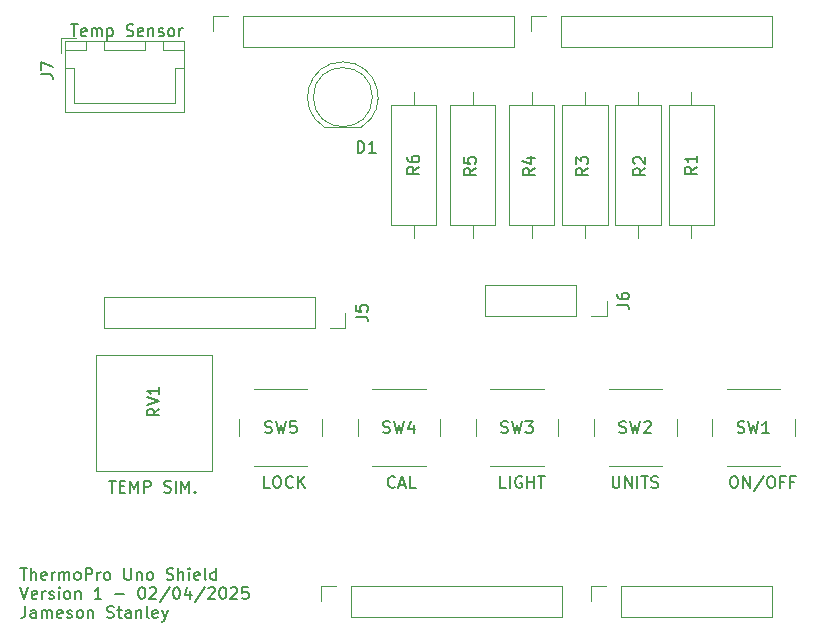
<source format=gbr>
%TF.GenerationSoftware,KiCad,Pcbnew,8.0.8*%
%TF.CreationDate,2025-02-03T17:05:42-07:00*%
%TF.ProjectId,Uno_Sheild_Project,556e6f5f-5368-4656-996c-645f50726f6a,rev?*%
%TF.SameCoordinates,Original*%
%TF.FileFunction,Legend,Top*%
%TF.FilePolarity,Positive*%
%FSLAX46Y46*%
G04 Gerber Fmt 4.6, Leading zero omitted, Abs format (unit mm)*
G04 Created by KiCad (PCBNEW 8.0.8) date 2025-02-03 17:05:42*
%MOMM*%
%LPD*%
G01*
G04 APERTURE LIST*
%ADD10C,0.150000*%
%ADD11C,0.120000*%
G04 APERTURE END LIST*
D10*
X101193922Y-94649931D02*
X101765350Y-94649931D01*
X101479636Y-95649931D02*
X101479636Y-94649931D01*
X102098684Y-95649931D02*
X102098684Y-94649931D01*
X102527255Y-95649931D02*
X102527255Y-95126121D01*
X102527255Y-95126121D02*
X102479636Y-95030883D01*
X102479636Y-95030883D02*
X102384398Y-94983264D01*
X102384398Y-94983264D02*
X102241541Y-94983264D01*
X102241541Y-94983264D02*
X102146303Y-95030883D01*
X102146303Y-95030883D02*
X102098684Y-95078502D01*
X103384398Y-95602312D02*
X103289160Y-95649931D01*
X103289160Y-95649931D02*
X103098684Y-95649931D01*
X103098684Y-95649931D02*
X103003446Y-95602312D01*
X103003446Y-95602312D02*
X102955827Y-95507073D01*
X102955827Y-95507073D02*
X102955827Y-95126121D01*
X102955827Y-95126121D02*
X103003446Y-95030883D01*
X103003446Y-95030883D02*
X103098684Y-94983264D01*
X103098684Y-94983264D02*
X103289160Y-94983264D01*
X103289160Y-94983264D02*
X103384398Y-95030883D01*
X103384398Y-95030883D02*
X103432017Y-95126121D01*
X103432017Y-95126121D02*
X103432017Y-95221359D01*
X103432017Y-95221359D02*
X102955827Y-95316597D01*
X103860589Y-95649931D02*
X103860589Y-94983264D01*
X103860589Y-95173740D02*
X103908208Y-95078502D01*
X103908208Y-95078502D02*
X103955827Y-95030883D01*
X103955827Y-95030883D02*
X104051065Y-94983264D01*
X104051065Y-94983264D02*
X104146303Y-94983264D01*
X104479637Y-95649931D02*
X104479637Y-94983264D01*
X104479637Y-95078502D02*
X104527256Y-95030883D01*
X104527256Y-95030883D02*
X104622494Y-94983264D01*
X104622494Y-94983264D02*
X104765351Y-94983264D01*
X104765351Y-94983264D02*
X104860589Y-95030883D01*
X104860589Y-95030883D02*
X104908208Y-95126121D01*
X104908208Y-95126121D02*
X104908208Y-95649931D01*
X104908208Y-95126121D02*
X104955827Y-95030883D01*
X104955827Y-95030883D02*
X105051065Y-94983264D01*
X105051065Y-94983264D02*
X105193922Y-94983264D01*
X105193922Y-94983264D02*
X105289161Y-95030883D01*
X105289161Y-95030883D02*
X105336780Y-95126121D01*
X105336780Y-95126121D02*
X105336780Y-95649931D01*
X105955827Y-95649931D02*
X105860589Y-95602312D01*
X105860589Y-95602312D02*
X105812970Y-95554692D01*
X105812970Y-95554692D02*
X105765351Y-95459454D01*
X105765351Y-95459454D02*
X105765351Y-95173740D01*
X105765351Y-95173740D02*
X105812970Y-95078502D01*
X105812970Y-95078502D02*
X105860589Y-95030883D01*
X105860589Y-95030883D02*
X105955827Y-94983264D01*
X105955827Y-94983264D02*
X106098684Y-94983264D01*
X106098684Y-94983264D02*
X106193922Y-95030883D01*
X106193922Y-95030883D02*
X106241541Y-95078502D01*
X106241541Y-95078502D02*
X106289160Y-95173740D01*
X106289160Y-95173740D02*
X106289160Y-95459454D01*
X106289160Y-95459454D02*
X106241541Y-95554692D01*
X106241541Y-95554692D02*
X106193922Y-95602312D01*
X106193922Y-95602312D02*
X106098684Y-95649931D01*
X106098684Y-95649931D02*
X105955827Y-95649931D01*
X106717732Y-95649931D02*
X106717732Y-94649931D01*
X106717732Y-94649931D02*
X107098684Y-94649931D01*
X107098684Y-94649931D02*
X107193922Y-94697550D01*
X107193922Y-94697550D02*
X107241541Y-94745169D01*
X107241541Y-94745169D02*
X107289160Y-94840407D01*
X107289160Y-94840407D02*
X107289160Y-94983264D01*
X107289160Y-94983264D02*
X107241541Y-95078502D01*
X107241541Y-95078502D02*
X107193922Y-95126121D01*
X107193922Y-95126121D02*
X107098684Y-95173740D01*
X107098684Y-95173740D02*
X106717732Y-95173740D01*
X107717732Y-95649931D02*
X107717732Y-94983264D01*
X107717732Y-95173740D02*
X107765351Y-95078502D01*
X107765351Y-95078502D02*
X107812970Y-95030883D01*
X107812970Y-95030883D02*
X107908208Y-94983264D01*
X107908208Y-94983264D02*
X108003446Y-94983264D01*
X108479637Y-95649931D02*
X108384399Y-95602312D01*
X108384399Y-95602312D02*
X108336780Y-95554692D01*
X108336780Y-95554692D02*
X108289161Y-95459454D01*
X108289161Y-95459454D02*
X108289161Y-95173740D01*
X108289161Y-95173740D02*
X108336780Y-95078502D01*
X108336780Y-95078502D02*
X108384399Y-95030883D01*
X108384399Y-95030883D02*
X108479637Y-94983264D01*
X108479637Y-94983264D02*
X108622494Y-94983264D01*
X108622494Y-94983264D02*
X108717732Y-95030883D01*
X108717732Y-95030883D02*
X108765351Y-95078502D01*
X108765351Y-95078502D02*
X108812970Y-95173740D01*
X108812970Y-95173740D02*
X108812970Y-95459454D01*
X108812970Y-95459454D02*
X108765351Y-95554692D01*
X108765351Y-95554692D02*
X108717732Y-95602312D01*
X108717732Y-95602312D02*
X108622494Y-95649931D01*
X108622494Y-95649931D02*
X108479637Y-95649931D01*
X110003447Y-94649931D02*
X110003447Y-95459454D01*
X110003447Y-95459454D02*
X110051066Y-95554692D01*
X110051066Y-95554692D02*
X110098685Y-95602312D01*
X110098685Y-95602312D02*
X110193923Y-95649931D01*
X110193923Y-95649931D02*
X110384399Y-95649931D01*
X110384399Y-95649931D02*
X110479637Y-95602312D01*
X110479637Y-95602312D02*
X110527256Y-95554692D01*
X110527256Y-95554692D02*
X110574875Y-95459454D01*
X110574875Y-95459454D02*
X110574875Y-94649931D01*
X111051066Y-94983264D02*
X111051066Y-95649931D01*
X111051066Y-95078502D02*
X111098685Y-95030883D01*
X111098685Y-95030883D02*
X111193923Y-94983264D01*
X111193923Y-94983264D02*
X111336780Y-94983264D01*
X111336780Y-94983264D02*
X111432018Y-95030883D01*
X111432018Y-95030883D02*
X111479637Y-95126121D01*
X111479637Y-95126121D02*
X111479637Y-95649931D01*
X112098685Y-95649931D02*
X112003447Y-95602312D01*
X112003447Y-95602312D02*
X111955828Y-95554692D01*
X111955828Y-95554692D02*
X111908209Y-95459454D01*
X111908209Y-95459454D02*
X111908209Y-95173740D01*
X111908209Y-95173740D02*
X111955828Y-95078502D01*
X111955828Y-95078502D02*
X112003447Y-95030883D01*
X112003447Y-95030883D02*
X112098685Y-94983264D01*
X112098685Y-94983264D02*
X112241542Y-94983264D01*
X112241542Y-94983264D02*
X112336780Y-95030883D01*
X112336780Y-95030883D02*
X112384399Y-95078502D01*
X112384399Y-95078502D02*
X112432018Y-95173740D01*
X112432018Y-95173740D02*
X112432018Y-95459454D01*
X112432018Y-95459454D02*
X112384399Y-95554692D01*
X112384399Y-95554692D02*
X112336780Y-95602312D01*
X112336780Y-95602312D02*
X112241542Y-95649931D01*
X112241542Y-95649931D02*
X112098685Y-95649931D01*
X113574876Y-95602312D02*
X113717733Y-95649931D01*
X113717733Y-95649931D02*
X113955828Y-95649931D01*
X113955828Y-95649931D02*
X114051066Y-95602312D01*
X114051066Y-95602312D02*
X114098685Y-95554692D01*
X114098685Y-95554692D02*
X114146304Y-95459454D01*
X114146304Y-95459454D02*
X114146304Y-95364216D01*
X114146304Y-95364216D02*
X114098685Y-95268978D01*
X114098685Y-95268978D02*
X114051066Y-95221359D01*
X114051066Y-95221359D02*
X113955828Y-95173740D01*
X113955828Y-95173740D02*
X113765352Y-95126121D01*
X113765352Y-95126121D02*
X113670114Y-95078502D01*
X113670114Y-95078502D02*
X113622495Y-95030883D01*
X113622495Y-95030883D02*
X113574876Y-94935645D01*
X113574876Y-94935645D02*
X113574876Y-94840407D01*
X113574876Y-94840407D02*
X113622495Y-94745169D01*
X113622495Y-94745169D02*
X113670114Y-94697550D01*
X113670114Y-94697550D02*
X113765352Y-94649931D01*
X113765352Y-94649931D02*
X114003447Y-94649931D01*
X114003447Y-94649931D02*
X114146304Y-94697550D01*
X114574876Y-95649931D02*
X114574876Y-94649931D01*
X115003447Y-95649931D02*
X115003447Y-95126121D01*
X115003447Y-95126121D02*
X114955828Y-95030883D01*
X114955828Y-95030883D02*
X114860590Y-94983264D01*
X114860590Y-94983264D02*
X114717733Y-94983264D01*
X114717733Y-94983264D02*
X114622495Y-95030883D01*
X114622495Y-95030883D02*
X114574876Y-95078502D01*
X115479638Y-95649931D02*
X115479638Y-94983264D01*
X115479638Y-94649931D02*
X115432019Y-94697550D01*
X115432019Y-94697550D02*
X115479638Y-94745169D01*
X115479638Y-94745169D02*
X115527257Y-94697550D01*
X115527257Y-94697550D02*
X115479638Y-94649931D01*
X115479638Y-94649931D02*
X115479638Y-94745169D01*
X116336780Y-95602312D02*
X116241542Y-95649931D01*
X116241542Y-95649931D02*
X116051066Y-95649931D01*
X116051066Y-95649931D02*
X115955828Y-95602312D01*
X115955828Y-95602312D02*
X115908209Y-95507073D01*
X115908209Y-95507073D02*
X115908209Y-95126121D01*
X115908209Y-95126121D02*
X115955828Y-95030883D01*
X115955828Y-95030883D02*
X116051066Y-94983264D01*
X116051066Y-94983264D02*
X116241542Y-94983264D01*
X116241542Y-94983264D02*
X116336780Y-95030883D01*
X116336780Y-95030883D02*
X116384399Y-95126121D01*
X116384399Y-95126121D02*
X116384399Y-95221359D01*
X116384399Y-95221359D02*
X115908209Y-95316597D01*
X116955828Y-95649931D02*
X116860590Y-95602312D01*
X116860590Y-95602312D02*
X116812971Y-95507073D01*
X116812971Y-95507073D02*
X116812971Y-94649931D01*
X117765352Y-95649931D02*
X117765352Y-94649931D01*
X117765352Y-95602312D02*
X117670114Y-95649931D01*
X117670114Y-95649931D02*
X117479638Y-95649931D01*
X117479638Y-95649931D02*
X117384400Y-95602312D01*
X117384400Y-95602312D02*
X117336781Y-95554692D01*
X117336781Y-95554692D02*
X117289162Y-95459454D01*
X117289162Y-95459454D02*
X117289162Y-95173740D01*
X117289162Y-95173740D02*
X117336781Y-95078502D01*
X117336781Y-95078502D02*
X117384400Y-95030883D01*
X117384400Y-95030883D02*
X117479638Y-94983264D01*
X117479638Y-94983264D02*
X117670114Y-94983264D01*
X117670114Y-94983264D02*
X117765352Y-95030883D01*
X101193922Y-96259875D02*
X101527255Y-97259875D01*
X101527255Y-97259875D02*
X101860588Y-96259875D01*
X102574874Y-97212256D02*
X102479636Y-97259875D01*
X102479636Y-97259875D02*
X102289160Y-97259875D01*
X102289160Y-97259875D02*
X102193922Y-97212256D01*
X102193922Y-97212256D02*
X102146303Y-97117017D01*
X102146303Y-97117017D02*
X102146303Y-96736065D01*
X102146303Y-96736065D02*
X102193922Y-96640827D01*
X102193922Y-96640827D02*
X102289160Y-96593208D01*
X102289160Y-96593208D02*
X102479636Y-96593208D01*
X102479636Y-96593208D02*
X102574874Y-96640827D01*
X102574874Y-96640827D02*
X102622493Y-96736065D01*
X102622493Y-96736065D02*
X102622493Y-96831303D01*
X102622493Y-96831303D02*
X102146303Y-96926541D01*
X103051065Y-97259875D02*
X103051065Y-96593208D01*
X103051065Y-96783684D02*
X103098684Y-96688446D01*
X103098684Y-96688446D02*
X103146303Y-96640827D01*
X103146303Y-96640827D02*
X103241541Y-96593208D01*
X103241541Y-96593208D02*
X103336779Y-96593208D01*
X103622494Y-97212256D02*
X103717732Y-97259875D01*
X103717732Y-97259875D02*
X103908208Y-97259875D01*
X103908208Y-97259875D02*
X104003446Y-97212256D01*
X104003446Y-97212256D02*
X104051065Y-97117017D01*
X104051065Y-97117017D02*
X104051065Y-97069398D01*
X104051065Y-97069398D02*
X104003446Y-96974160D01*
X104003446Y-96974160D02*
X103908208Y-96926541D01*
X103908208Y-96926541D02*
X103765351Y-96926541D01*
X103765351Y-96926541D02*
X103670113Y-96878922D01*
X103670113Y-96878922D02*
X103622494Y-96783684D01*
X103622494Y-96783684D02*
X103622494Y-96736065D01*
X103622494Y-96736065D02*
X103670113Y-96640827D01*
X103670113Y-96640827D02*
X103765351Y-96593208D01*
X103765351Y-96593208D02*
X103908208Y-96593208D01*
X103908208Y-96593208D02*
X104003446Y-96640827D01*
X104479637Y-97259875D02*
X104479637Y-96593208D01*
X104479637Y-96259875D02*
X104432018Y-96307494D01*
X104432018Y-96307494D02*
X104479637Y-96355113D01*
X104479637Y-96355113D02*
X104527256Y-96307494D01*
X104527256Y-96307494D02*
X104479637Y-96259875D01*
X104479637Y-96259875D02*
X104479637Y-96355113D01*
X105098684Y-97259875D02*
X105003446Y-97212256D01*
X105003446Y-97212256D02*
X104955827Y-97164636D01*
X104955827Y-97164636D02*
X104908208Y-97069398D01*
X104908208Y-97069398D02*
X104908208Y-96783684D01*
X104908208Y-96783684D02*
X104955827Y-96688446D01*
X104955827Y-96688446D02*
X105003446Y-96640827D01*
X105003446Y-96640827D02*
X105098684Y-96593208D01*
X105098684Y-96593208D02*
X105241541Y-96593208D01*
X105241541Y-96593208D02*
X105336779Y-96640827D01*
X105336779Y-96640827D02*
X105384398Y-96688446D01*
X105384398Y-96688446D02*
X105432017Y-96783684D01*
X105432017Y-96783684D02*
X105432017Y-97069398D01*
X105432017Y-97069398D02*
X105384398Y-97164636D01*
X105384398Y-97164636D02*
X105336779Y-97212256D01*
X105336779Y-97212256D02*
X105241541Y-97259875D01*
X105241541Y-97259875D02*
X105098684Y-97259875D01*
X105860589Y-96593208D02*
X105860589Y-97259875D01*
X105860589Y-96688446D02*
X105908208Y-96640827D01*
X105908208Y-96640827D02*
X106003446Y-96593208D01*
X106003446Y-96593208D02*
X106146303Y-96593208D01*
X106146303Y-96593208D02*
X106241541Y-96640827D01*
X106241541Y-96640827D02*
X106289160Y-96736065D01*
X106289160Y-96736065D02*
X106289160Y-97259875D01*
X108051065Y-97259875D02*
X107479637Y-97259875D01*
X107765351Y-97259875D02*
X107765351Y-96259875D01*
X107765351Y-96259875D02*
X107670113Y-96402732D01*
X107670113Y-96402732D02*
X107574875Y-96497970D01*
X107574875Y-96497970D02*
X107479637Y-96545589D01*
X109241542Y-96878922D02*
X110003447Y-96878922D01*
X111432018Y-96259875D02*
X111527256Y-96259875D01*
X111527256Y-96259875D02*
X111622494Y-96307494D01*
X111622494Y-96307494D02*
X111670113Y-96355113D01*
X111670113Y-96355113D02*
X111717732Y-96450351D01*
X111717732Y-96450351D02*
X111765351Y-96640827D01*
X111765351Y-96640827D02*
X111765351Y-96878922D01*
X111765351Y-96878922D02*
X111717732Y-97069398D01*
X111717732Y-97069398D02*
X111670113Y-97164636D01*
X111670113Y-97164636D02*
X111622494Y-97212256D01*
X111622494Y-97212256D02*
X111527256Y-97259875D01*
X111527256Y-97259875D02*
X111432018Y-97259875D01*
X111432018Y-97259875D02*
X111336780Y-97212256D01*
X111336780Y-97212256D02*
X111289161Y-97164636D01*
X111289161Y-97164636D02*
X111241542Y-97069398D01*
X111241542Y-97069398D02*
X111193923Y-96878922D01*
X111193923Y-96878922D02*
X111193923Y-96640827D01*
X111193923Y-96640827D02*
X111241542Y-96450351D01*
X111241542Y-96450351D02*
X111289161Y-96355113D01*
X111289161Y-96355113D02*
X111336780Y-96307494D01*
X111336780Y-96307494D02*
X111432018Y-96259875D01*
X112146304Y-96355113D02*
X112193923Y-96307494D01*
X112193923Y-96307494D02*
X112289161Y-96259875D01*
X112289161Y-96259875D02*
X112527256Y-96259875D01*
X112527256Y-96259875D02*
X112622494Y-96307494D01*
X112622494Y-96307494D02*
X112670113Y-96355113D01*
X112670113Y-96355113D02*
X112717732Y-96450351D01*
X112717732Y-96450351D02*
X112717732Y-96545589D01*
X112717732Y-96545589D02*
X112670113Y-96688446D01*
X112670113Y-96688446D02*
X112098685Y-97259875D01*
X112098685Y-97259875D02*
X112717732Y-97259875D01*
X113860589Y-96212256D02*
X113003447Y-97497970D01*
X114384399Y-96259875D02*
X114479637Y-96259875D01*
X114479637Y-96259875D02*
X114574875Y-96307494D01*
X114574875Y-96307494D02*
X114622494Y-96355113D01*
X114622494Y-96355113D02*
X114670113Y-96450351D01*
X114670113Y-96450351D02*
X114717732Y-96640827D01*
X114717732Y-96640827D02*
X114717732Y-96878922D01*
X114717732Y-96878922D02*
X114670113Y-97069398D01*
X114670113Y-97069398D02*
X114622494Y-97164636D01*
X114622494Y-97164636D02*
X114574875Y-97212256D01*
X114574875Y-97212256D02*
X114479637Y-97259875D01*
X114479637Y-97259875D02*
X114384399Y-97259875D01*
X114384399Y-97259875D02*
X114289161Y-97212256D01*
X114289161Y-97212256D02*
X114241542Y-97164636D01*
X114241542Y-97164636D02*
X114193923Y-97069398D01*
X114193923Y-97069398D02*
X114146304Y-96878922D01*
X114146304Y-96878922D02*
X114146304Y-96640827D01*
X114146304Y-96640827D02*
X114193923Y-96450351D01*
X114193923Y-96450351D02*
X114241542Y-96355113D01*
X114241542Y-96355113D02*
X114289161Y-96307494D01*
X114289161Y-96307494D02*
X114384399Y-96259875D01*
X115574875Y-96593208D02*
X115574875Y-97259875D01*
X115336780Y-96212256D02*
X115098685Y-96926541D01*
X115098685Y-96926541D02*
X115717732Y-96926541D01*
X116812970Y-96212256D02*
X115955828Y-97497970D01*
X117098685Y-96355113D02*
X117146304Y-96307494D01*
X117146304Y-96307494D02*
X117241542Y-96259875D01*
X117241542Y-96259875D02*
X117479637Y-96259875D01*
X117479637Y-96259875D02*
X117574875Y-96307494D01*
X117574875Y-96307494D02*
X117622494Y-96355113D01*
X117622494Y-96355113D02*
X117670113Y-96450351D01*
X117670113Y-96450351D02*
X117670113Y-96545589D01*
X117670113Y-96545589D02*
X117622494Y-96688446D01*
X117622494Y-96688446D02*
X117051066Y-97259875D01*
X117051066Y-97259875D02*
X117670113Y-97259875D01*
X118289161Y-96259875D02*
X118384399Y-96259875D01*
X118384399Y-96259875D02*
X118479637Y-96307494D01*
X118479637Y-96307494D02*
X118527256Y-96355113D01*
X118527256Y-96355113D02*
X118574875Y-96450351D01*
X118574875Y-96450351D02*
X118622494Y-96640827D01*
X118622494Y-96640827D02*
X118622494Y-96878922D01*
X118622494Y-96878922D02*
X118574875Y-97069398D01*
X118574875Y-97069398D02*
X118527256Y-97164636D01*
X118527256Y-97164636D02*
X118479637Y-97212256D01*
X118479637Y-97212256D02*
X118384399Y-97259875D01*
X118384399Y-97259875D02*
X118289161Y-97259875D01*
X118289161Y-97259875D02*
X118193923Y-97212256D01*
X118193923Y-97212256D02*
X118146304Y-97164636D01*
X118146304Y-97164636D02*
X118098685Y-97069398D01*
X118098685Y-97069398D02*
X118051066Y-96878922D01*
X118051066Y-96878922D02*
X118051066Y-96640827D01*
X118051066Y-96640827D02*
X118098685Y-96450351D01*
X118098685Y-96450351D02*
X118146304Y-96355113D01*
X118146304Y-96355113D02*
X118193923Y-96307494D01*
X118193923Y-96307494D02*
X118289161Y-96259875D01*
X119003447Y-96355113D02*
X119051066Y-96307494D01*
X119051066Y-96307494D02*
X119146304Y-96259875D01*
X119146304Y-96259875D02*
X119384399Y-96259875D01*
X119384399Y-96259875D02*
X119479637Y-96307494D01*
X119479637Y-96307494D02*
X119527256Y-96355113D01*
X119527256Y-96355113D02*
X119574875Y-96450351D01*
X119574875Y-96450351D02*
X119574875Y-96545589D01*
X119574875Y-96545589D02*
X119527256Y-96688446D01*
X119527256Y-96688446D02*
X118955828Y-97259875D01*
X118955828Y-97259875D02*
X119574875Y-97259875D01*
X120479637Y-96259875D02*
X120003447Y-96259875D01*
X120003447Y-96259875D02*
X119955828Y-96736065D01*
X119955828Y-96736065D02*
X120003447Y-96688446D01*
X120003447Y-96688446D02*
X120098685Y-96640827D01*
X120098685Y-96640827D02*
X120336780Y-96640827D01*
X120336780Y-96640827D02*
X120432018Y-96688446D01*
X120432018Y-96688446D02*
X120479637Y-96736065D01*
X120479637Y-96736065D02*
X120527256Y-96831303D01*
X120527256Y-96831303D02*
X120527256Y-97069398D01*
X120527256Y-97069398D02*
X120479637Y-97164636D01*
X120479637Y-97164636D02*
X120432018Y-97212256D01*
X120432018Y-97212256D02*
X120336780Y-97259875D01*
X120336780Y-97259875D02*
X120098685Y-97259875D01*
X120098685Y-97259875D02*
X120003447Y-97212256D01*
X120003447Y-97212256D02*
X119955828Y-97164636D01*
X101622493Y-97869819D02*
X101622493Y-98584104D01*
X101622493Y-98584104D02*
X101574874Y-98726961D01*
X101574874Y-98726961D02*
X101479636Y-98822200D01*
X101479636Y-98822200D02*
X101336779Y-98869819D01*
X101336779Y-98869819D02*
X101241541Y-98869819D01*
X102527255Y-98869819D02*
X102527255Y-98346009D01*
X102527255Y-98346009D02*
X102479636Y-98250771D01*
X102479636Y-98250771D02*
X102384398Y-98203152D01*
X102384398Y-98203152D02*
X102193922Y-98203152D01*
X102193922Y-98203152D02*
X102098684Y-98250771D01*
X102527255Y-98822200D02*
X102432017Y-98869819D01*
X102432017Y-98869819D02*
X102193922Y-98869819D01*
X102193922Y-98869819D02*
X102098684Y-98822200D01*
X102098684Y-98822200D02*
X102051065Y-98726961D01*
X102051065Y-98726961D02*
X102051065Y-98631723D01*
X102051065Y-98631723D02*
X102098684Y-98536485D01*
X102098684Y-98536485D02*
X102193922Y-98488866D01*
X102193922Y-98488866D02*
X102432017Y-98488866D01*
X102432017Y-98488866D02*
X102527255Y-98441247D01*
X103003446Y-98869819D02*
X103003446Y-98203152D01*
X103003446Y-98298390D02*
X103051065Y-98250771D01*
X103051065Y-98250771D02*
X103146303Y-98203152D01*
X103146303Y-98203152D02*
X103289160Y-98203152D01*
X103289160Y-98203152D02*
X103384398Y-98250771D01*
X103384398Y-98250771D02*
X103432017Y-98346009D01*
X103432017Y-98346009D02*
X103432017Y-98869819D01*
X103432017Y-98346009D02*
X103479636Y-98250771D01*
X103479636Y-98250771D02*
X103574874Y-98203152D01*
X103574874Y-98203152D02*
X103717731Y-98203152D01*
X103717731Y-98203152D02*
X103812970Y-98250771D01*
X103812970Y-98250771D02*
X103860589Y-98346009D01*
X103860589Y-98346009D02*
X103860589Y-98869819D01*
X104717731Y-98822200D02*
X104622493Y-98869819D01*
X104622493Y-98869819D02*
X104432017Y-98869819D01*
X104432017Y-98869819D02*
X104336779Y-98822200D01*
X104336779Y-98822200D02*
X104289160Y-98726961D01*
X104289160Y-98726961D02*
X104289160Y-98346009D01*
X104289160Y-98346009D02*
X104336779Y-98250771D01*
X104336779Y-98250771D02*
X104432017Y-98203152D01*
X104432017Y-98203152D02*
X104622493Y-98203152D01*
X104622493Y-98203152D02*
X104717731Y-98250771D01*
X104717731Y-98250771D02*
X104765350Y-98346009D01*
X104765350Y-98346009D02*
X104765350Y-98441247D01*
X104765350Y-98441247D02*
X104289160Y-98536485D01*
X105146303Y-98822200D02*
X105241541Y-98869819D01*
X105241541Y-98869819D02*
X105432017Y-98869819D01*
X105432017Y-98869819D02*
X105527255Y-98822200D01*
X105527255Y-98822200D02*
X105574874Y-98726961D01*
X105574874Y-98726961D02*
X105574874Y-98679342D01*
X105574874Y-98679342D02*
X105527255Y-98584104D01*
X105527255Y-98584104D02*
X105432017Y-98536485D01*
X105432017Y-98536485D02*
X105289160Y-98536485D01*
X105289160Y-98536485D02*
X105193922Y-98488866D01*
X105193922Y-98488866D02*
X105146303Y-98393628D01*
X105146303Y-98393628D02*
X105146303Y-98346009D01*
X105146303Y-98346009D02*
X105193922Y-98250771D01*
X105193922Y-98250771D02*
X105289160Y-98203152D01*
X105289160Y-98203152D02*
X105432017Y-98203152D01*
X105432017Y-98203152D02*
X105527255Y-98250771D01*
X106146303Y-98869819D02*
X106051065Y-98822200D01*
X106051065Y-98822200D02*
X106003446Y-98774580D01*
X106003446Y-98774580D02*
X105955827Y-98679342D01*
X105955827Y-98679342D02*
X105955827Y-98393628D01*
X105955827Y-98393628D02*
X106003446Y-98298390D01*
X106003446Y-98298390D02*
X106051065Y-98250771D01*
X106051065Y-98250771D02*
X106146303Y-98203152D01*
X106146303Y-98203152D02*
X106289160Y-98203152D01*
X106289160Y-98203152D02*
X106384398Y-98250771D01*
X106384398Y-98250771D02*
X106432017Y-98298390D01*
X106432017Y-98298390D02*
X106479636Y-98393628D01*
X106479636Y-98393628D02*
X106479636Y-98679342D01*
X106479636Y-98679342D02*
X106432017Y-98774580D01*
X106432017Y-98774580D02*
X106384398Y-98822200D01*
X106384398Y-98822200D02*
X106289160Y-98869819D01*
X106289160Y-98869819D02*
X106146303Y-98869819D01*
X106908208Y-98203152D02*
X106908208Y-98869819D01*
X106908208Y-98298390D02*
X106955827Y-98250771D01*
X106955827Y-98250771D02*
X107051065Y-98203152D01*
X107051065Y-98203152D02*
X107193922Y-98203152D01*
X107193922Y-98203152D02*
X107289160Y-98250771D01*
X107289160Y-98250771D02*
X107336779Y-98346009D01*
X107336779Y-98346009D02*
X107336779Y-98869819D01*
X108527256Y-98822200D02*
X108670113Y-98869819D01*
X108670113Y-98869819D02*
X108908208Y-98869819D01*
X108908208Y-98869819D02*
X109003446Y-98822200D01*
X109003446Y-98822200D02*
X109051065Y-98774580D01*
X109051065Y-98774580D02*
X109098684Y-98679342D01*
X109098684Y-98679342D02*
X109098684Y-98584104D01*
X109098684Y-98584104D02*
X109051065Y-98488866D01*
X109051065Y-98488866D02*
X109003446Y-98441247D01*
X109003446Y-98441247D02*
X108908208Y-98393628D01*
X108908208Y-98393628D02*
X108717732Y-98346009D01*
X108717732Y-98346009D02*
X108622494Y-98298390D01*
X108622494Y-98298390D02*
X108574875Y-98250771D01*
X108574875Y-98250771D02*
X108527256Y-98155533D01*
X108527256Y-98155533D02*
X108527256Y-98060295D01*
X108527256Y-98060295D02*
X108574875Y-97965057D01*
X108574875Y-97965057D02*
X108622494Y-97917438D01*
X108622494Y-97917438D02*
X108717732Y-97869819D01*
X108717732Y-97869819D02*
X108955827Y-97869819D01*
X108955827Y-97869819D02*
X109098684Y-97917438D01*
X109384399Y-98203152D02*
X109765351Y-98203152D01*
X109527256Y-97869819D02*
X109527256Y-98726961D01*
X109527256Y-98726961D02*
X109574875Y-98822200D01*
X109574875Y-98822200D02*
X109670113Y-98869819D01*
X109670113Y-98869819D02*
X109765351Y-98869819D01*
X110527256Y-98869819D02*
X110527256Y-98346009D01*
X110527256Y-98346009D02*
X110479637Y-98250771D01*
X110479637Y-98250771D02*
X110384399Y-98203152D01*
X110384399Y-98203152D02*
X110193923Y-98203152D01*
X110193923Y-98203152D02*
X110098685Y-98250771D01*
X110527256Y-98822200D02*
X110432018Y-98869819D01*
X110432018Y-98869819D02*
X110193923Y-98869819D01*
X110193923Y-98869819D02*
X110098685Y-98822200D01*
X110098685Y-98822200D02*
X110051066Y-98726961D01*
X110051066Y-98726961D02*
X110051066Y-98631723D01*
X110051066Y-98631723D02*
X110098685Y-98536485D01*
X110098685Y-98536485D02*
X110193923Y-98488866D01*
X110193923Y-98488866D02*
X110432018Y-98488866D01*
X110432018Y-98488866D02*
X110527256Y-98441247D01*
X111003447Y-98203152D02*
X111003447Y-98869819D01*
X111003447Y-98298390D02*
X111051066Y-98250771D01*
X111051066Y-98250771D02*
X111146304Y-98203152D01*
X111146304Y-98203152D02*
X111289161Y-98203152D01*
X111289161Y-98203152D02*
X111384399Y-98250771D01*
X111384399Y-98250771D02*
X111432018Y-98346009D01*
X111432018Y-98346009D02*
X111432018Y-98869819D01*
X112051066Y-98869819D02*
X111955828Y-98822200D01*
X111955828Y-98822200D02*
X111908209Y-98726961D01*
X111908209Y-98726961D02*
X111908209Y-97869819D01*
X112812971Y-98822200D02*
X112717733Y-98869819D01*
X112717733Y-98869819D02*
X112527257Y-98869819D01*
X112527257Y-98869819D02*
X112432019Y-98822200D01*
X112432019Y-98822200D02*
X112384400Y-98726961D01*
X112384400Y-98726961D02*
X112384400Y-98346009D01*
X112384400Y-98346009D02*
X112432019Y-98250771D01*
X112432019Y-98250771D02*
X112527257Y-98203152D01*
X112527257Y-98203152D02*
X112717733Y-98203152D01*
X112717733Y-98203152D02*
X112812971Y-98250771D01*
X112812971Y-98250771D02*
X112860590Y-98346009D01*
X112860590Y-98346009D02*
X112860590Y-98441247D01*
X112860590Y-98441247D02*
X112384400Y-98536485D01*
X113193924Y-98203152D02*
X113432019Y-98869819D01*
X113670114Y-98203152D02*
X113432019Y-98869819D01*
X113432019Y-98869819D02*
X113336781Y-99107914D01*
X113336781Y-99107914D02*
X113289162Y-99155533D01*
X113289162Y-99155533D02*
X113193924Y-99203152D01*
X161527255Y-86869819D02*
X161717731Y-86869819D01*
X161717731Y-86869819D02*
X161812969Y-86917438D01*
X161812969Y-86917438D02*
X161908207Y-87012676D01*
X161908207Y-87012676D02*
X161955826Y-87203152D01*
X161955826Y-87203152D02*
X161955826Y-87536485D01*
X161955826Y-87536485D02*
X161908207Y-87726961D01*
X161908207Y-87726961D02*
X161812969Y-87822200D01*
X161812969Y-87822200D02*
X161717731Y-87869819D01*
X161717731Y-87869819D02*
X161527255Y-87869819D01*
X161527255Y-87869819D02*
X161432017Y-87822200D01*
X161432017Y-87822200D02*
X161336779Y-87726961D01*
X161336779Y-87726961D02*
X161289160Y-87536485D01*
X161289160Y-87536485D02*
X161289160Y-87203152D01*
X161289160Y-87203152D02*
X161336779Y-87012676D01*
X161336779Y-87012676D02*
X161432017Y-86917438D01*
X161432017Y-86917438D02*
X161527255Y-86869819D01*
X162384398Y-87869819D02*
X162384398Y-86869819D01*
X162384398Y-86869819D02*
X162955826Y-87869819D01*
X162955826Y-87869819D02*
X162955826Y-86869819D01*
X164146302Y-86822200D02*
X163289160Y-88107914D01*
X164670112Y-86869819D02*
X164860588Y-86869819D01*
X164860588Y-86869819D02*
X164955826Y-86917438D01*
X164955826Y-86917438D02*
X165051064Y-87012676D01*
X165051064Y-87012676D02*
X165098683Y-87203152D01*
X165098683Y-87203152D02*
X165098683Y-87536485D01*
X165098683Y-87536485D02*
X165051064Y-87726961D01*
X165051064Y-87726961D02*
X164955826Y-87822200D01*
X164955826Y-87822200D02*
X164860588Y-87869819D01*
X164860588Y-87869819D02*
X164670112Y-87869819D01*
X164670112Y-87869819D02*
X164574874Y-87822200D01*
X164574874Y-87822200D02*
X164479636Y-87726961D01*
X164479636Y-87726961D02*
X164432017Y-87536485D01*
X164432017Y-87536485D02*
X164432017Y-87203152D01*
X164432017Y-87203152D02*
X164479636Y-87012676D01*
X164479636Y-87012676D02*
X164574874Y-86917438D01*
X164574874Y-86917438D02*
X164670112Y-86869819D01*
X165860588Y-87346009D02*
X165527255Y-87346009D01*
X165527255Y-87869819D02*
X165527255Y-86869819D01*
X165527255Y-86869819D02*
X166003445Y-86869819D01*
X166717731Y-87346009D02*
X166384398Y-87346009D01*
X166384398Y-87869819D02*
X166384398Y-86869819D01*
X166384398Y-86869819D02*
X166860588Y-86869819D01*
X151336779Y-86869819D02*
X151336779Y-87679342D01*
X151336779Y-87679342D02*
X151384398Y-87774580D01*
X151384398Y-87774580D02*
X151432017Y-87822200D01*
X151432017Y-87822200D02*
X151527255Y-87869819D01*
X151527255Y-87869819D02*
X151717731Y-87869819D01*
X151717731Y-87869819D02*
X151812969Y-87822200D01*
X151812969Y-87822200D02*
X151860588Y-87774580D01*
X151860588Y-87774580D02*
X151908207Y-87679342D01*
X151908207Y-87679342D02*
X151908207Y-86869819D01*
X152384398Y-87869819D02*
X152384398Y-86869819D01*
X152384398Y-86869819D02*
X152955826Y-87869819D01*
X152955826Y-87869819D02*
X152955826Y-86869819D01*
X153432017Y-87869819D02*
X153432017Y-86869819D01*
X153765350Y-86869819D02*
X154336778Y-86869819D01*
X154051064Y-87869819D02*
X154051064Y-86869819D01*
X154622493Y-87822200D02*
X154765350Y-87869819D01*
X154765350Y-87869819D02*
X155003445Y-87869819D01*
X155003445Y-87869819D02*
X155098683Y-87822200D01*
X155098683Y-87822200D02*
X155146302Y-87774580D01*
X155146302Y-87774580D02*
X155193921Y-87679342D01*
X155193921Y-87679342D02*
X155193921Y-87584104D01*
X155193921Y-87584104D02*
X155146302Y-87488866D01*
X155146302Y-87488866D02*
X155098683Y-87441247D01*
X155098683Y-87441247D02*
X155003445Y-87393628D01*
X155003445Y-87393628D02*
X154812969Y-87346009D01*
X154812969Y-87346009D02*
X154717731Y-87298390D01*
X154717731Y-87298390D02*
X154670112Y-87250771D01*
X154670112Y-87250771D02*
X154622493Y-87155533D01*
X154622493Y-87155533D02*
X154622493Y-87060295D01*
X154622493Y-87060295D02*
X154670112Y-86965057D01*
X154670112Y-86965057D02*
X154717731Y-86917438D01*
X154717731Y-86917438D02*
X154812969Y-86869819D01*
X154812969Y-86869819D02*
X155051064Y-86869819D01*
X155051064Y-86869819D02*
X155193921Y-86917438D01*
X142312969Y-87869819D02*
X141836779Y-87869819D01*
X141836779Y-87869819D02*
X141836779Y-86869819D01*
X142646303Y-87869819D02*
X142646303Y-86869819D01*
X143646302Y-86917438D02*
X143551064Y-86869819D01*
X143551064Y-86869819D02*
X143408207Y-86869819D01*
X143408207Y-86869819D02*
X143265350Y-86917438D01*
X143265350Y-86917438D02*
X143170112Y-87012676D01*
X143170112Y-87012676D02*
X143122493Y-87107914D01*
X143122493Y-87107914D02*
X143074874Y-87298390D01*
X143074874Y-87298390D02*
X143074874Y-87441247D01*
X143074874Y-87441247D02*
X143122493Y-87631723D01*
X143122493Y-87631723D02*
X143170112Y-87726961D01*
X143170112Y-87726961D02*
X143265350Y-87822200D01*
X143265350Y-87822200D02*
X143408207Y-87869819D01*
X143408207Y-87869819D02*
X143503445Y-87869819D01*
X143503445Y-87869819D02*
X143646302Y-87822200D01*
X143646302Y-87822200D02*
X143693921Y-87774580D01*
X143693921Y-87774580D02*
X143693921Y-87441247D01*
X143693921Y-87441247D02*
X143503445Y-87441247D01*
X144122493Y-87869819D02*
X144122493Y-86869819D01*
X144122493Y-87346009D02*
X144693921Y-87346009D01*
X144693921Y-87869819D02*
X144693921Y-86869819D01*
X145027255Y-86869819D02*
X145598683Y-86869819D01*
X145312969Y-87869819D02*
X145312969Y-86869819D01*
X132908207Y-87774580D02*
X132860588Y-87822200D01*
X132860588Y-87822200D02*
X132717731Y-87869819D01*
X132717731Y-87869819D02*
X132622493Y-87869819D01*
X132622493Y-87869819D02*
X132479636Y-87822200D01*
X132479636Y-87822200D02*
X132384398Y-87726961D01*
X132384398Y-87726961D02*
X132336779Y-87631723D01*
X132336779Y-87631723D02*
X132289160Y-87441247D01*
X132289160Y-87441247D02*
X132289160Y-87298390D01*
X132289160Y-87298390D02*
X132336779Y-87107914D01*
X132336779Y-87107914D02*
X132384398Y-87012676D01*
X132384398Y-87012676D02*
X132479636Y-86917438D01*
X132479636Y-86917438D02*
X132622493Y-86869819D01*
X132622493Y-86869819D02*
X132717731Y-86869819D01*
X132717731Y-86869819D02*
X132860588Y-86917438D01*
X132860588Y-86917438D02*
X132908207Y-86965057D01*
X133289160Y-87584104D02*
X133765350Y-87584104D01*
X133193922Y-87869819D02*
X133527255Y-86869819D01*
X133527255Y-86869819D02*
X133860588Y-87869819D01*
X134670112Y-87869819D02*
X134193922Y-87869819D01*
X134193922Y-87869819D02*
X134193922Y-86869819D01*
X122312969Y-87869819D02*
X121836779Y-87869819D01*
X121836779Y-87869819D02*
X121836779Y-86869819D01*
X122836779Y-86869819D02*
X123027255Y-86869819D01*
X123027255Y-86869819D02*
X123122493Y-86917438D01*
X123122493Y-86917438D02*
X123217731Y-87012676D01*
X123217731Y-87012676D02*
X123265350Y-87203152D01*
X123265350Y-87203152D02*
X123265350Y-87536485D01*
X123265350Y-87536485D02*
X123217731Y-87726961D01*
X123217731Y-87726961D02*
X123122493Y-87822200D01*
X123122493Y-87822200D02*
X123027255Y-87869819D01*
X123027255Y-87869819D02*
X122836779Y-87869819D01*
X122836779Y-87869819D02*
X122741541Y-87822200D01*
X122741541Y-87822200D02*
X122646303Y-87726961D01*
X122646303Y-87726961D02*
X122598684Y-87536485D01*
X122598684Y-87536485D02*
X122598684Y-87203152D01*
X122598684Y-87203152D02*
X122646303Y-87012676D01*
X122646303Y-87012676D02*
X122741541Y-86917438D01*
X122741541Y-86917438D02*
X122836779Y-86869819D01*
X124265350Y-87774580D02*
X124217731Y-87822200D01*
X124217731Y-87822200D02*
X124074874Y-87869819D01*
X124074874Y-87869819D02*
X123979636Y-87869819D01*
X123979636Y-87869819D02*
X123836779Y-87822200D01*
X123836779Y-87822200D02*
X123741541Y-87726961D01*
X123741541Y-87726961D02*
X123693922Y-87631723D01*
X123693922Y-87631723D02*
X123646303Y-87441247D01*
X123646303Y-87441247D02*
X123646303Y-87298390D01*
X123646303Y-87298390D02*
X123693922Y-87107914D01*
X123693922Y-87107914D02*
X123741541Y-87012676D01*
X123741541Y-87012676D02*
X123836779Y-86917438D01*
X123836779Y-86917438D02*
X123979636Y-86869819D01*
X123979636Y-86869819D02*
X124074874Y-86869819D01*
X124074874Y-86869819D02*
X124217731Y-86917438D01*
X124217731Y-86917438D02*
X124265350Y-86965057D01*
X124693922Y-87869819D02*
X124693922Y-86869819D01*
X125265350Y-87869819D02*
X124836779Y-87298390D01*
X125265350Y-86869819D02*
X124693922Y-87441247D01*
X108693922Y-87259875D02*
X109265350Y-87259875D01*
X108979636Y-88259875D02*
X108979636Y-87259875D01*
X109598684Y-87736065D02*
X109932017Y-87736065D01*
X110074874Y-88259875D02*
X109598684Y-88259875D01*
X109598684Y-88259875D02*
X109598684Y-87259875D01*
X109598684Y-87259875D02*
X110074874Y-87259875D01*
X110503446Y-88259875D02*
X110503446Y-87259875D01*
X110503446Y-87259875D02*
X110836779Y-87974160D01*
X110836779Y-87974160D02*
X111170112Y-87259875D01*
X111170112Y-87259875D02*
X111170112Y-88259875D01*
X111646303Y-88259875D02*
X111646303Y-87259875D01*
X111646303Y-87259875D02*
X112027255Y-87259875D01*
X112027255Y-87259875D02*
X112122493Y-87307494D01*
X112122493Y-87307494D02*
X112170112Y-87355113D01*
X112170112Y-87355113D02*
X112217731Y-87450351D01*
X112217731Y-87450351D02*
X112217731Y-87593208D01*
X112217731Y-87593208D02*
X112170112Y-87688446D01*
X112170112Y-87688446D02*
X112122493Y-87736065D01*
X112122493Y-87736065D02*
X112027255Y-87783684D01*
X112027255Y-87783684D02*
X111646303Y-87783684D01*
X113360589Y-88212256D02*
X113503446Y-88259875D01*
X113503446Y-88259875D02*
X113741541Y-88259875D01*
X113741541Y-88259875D02*
X113836779Y-88212256D01*
X113836779Y-88212256D02*
X113884398Y-88164636D01*
X113884398Y-88164636D02*
X113932017Y-88069398D01*
X113932017Y-88069398D02*
X113932017Y-87974160D01*
X113932017Y-87974160D02*
X113884398Y-87878922D01*
X113884398Y-87878922D02*
X113836779Y-87831303D01*
X113836779Y-87831303D02*
X113741541Y-87783684D01*
X113741541Y-87783684D02*
X113551065Y-87736065D01*
X113551065Y-87736065D02*
X113455827Y-87688446D01*
X113455827Y-87688446D02*
X113408208Y-87640827D01*
X113408208Y-87640827D02*
X113360589Y-87545589D01*
X113360589Y-87545589D02*
X113360589Y-87450351D01*
X113360589Y-87450351D02*
X113408208Y-87355113D01*
X113408208Y-87355113D02*
X113455827Y-87307494D01*
X113455827Y-87307494D02*
X113551065Y-87259875D01*
X113551065Y-87259875D02*
X113789160Y-87259875D01*
X113789160Y-87259875D02*
X113932017Y-87307494D01*
X114360589Y-88259875D02*
X114360589Y-87259875D01*
X114836779Y-88259875D02*
X114836779Y-87259875D01*
X114836779Y-87259875D02*
X115170112Y-87974160D01*
X115170112Y-87974160D02*
X115503445Y-87259875D01*
X115503445Y-87259875D02*
X115503445Y-88259875D01*
X115979636Y-88164636D02*
X116027255Y-88212256D01*
X116027255Y-88212256D02*
X115979636Y-88259875D01*
X115979636Y-88259875D02*
X115932017Y-88212256D01*
X115932017Y-88212256D02*
X115979636Y-88164636D01*
X115979636Y-88164636D02*
X115979636Y-88259875D01*
X105468922Y-48619819D02*
X106040350Y-48619819D01*
X105754636Y-49619819D02*
X105754636Y-48619819D01*
X106754636Y-49572200D02*
X106659398Y-49619819D01*
X106659398Y-49619819D02*
X106468922Y-49619819D01*
X106468922Y-49619819D02*
X106373684Y-49572200D01*
X106373684Y-49572200D02*
X106326065Y-49476961D01*
X106326065Y-49476961D02*
X106326065Y-49096009D01*
X106326065Y-49096009D02*
X106373684Y-49000771D01*
X106373684Y-49000771D02*
X106468922Y-48953152D01*
X106468922Y-48953152D02*
X106659398Y-48953152D01*
X106659398Y-48953152D02*
X106754636Y-49000771D01*
X106754636Y-49000771D02*
X106802255Y-49096009D01*
X106802255Y-49096009D02*
X106802255Y-49191247D01*
X106802255Y-49191247D02*
X106326065Y-49286485D01*
X107230827Y-49619819D02*
X107230827Y-48953152D01*
X107230827Y-49048390D02*
X107278446Y-49000771D01*
X107278446Y-49000771D02*
X107373684Y-48953152D01*
X107373684Y-48953152D02*
X107516541Y-48953152D01*
X107516541Y-48953152D02*
X107611779Y-49000771D01*
X107611779Y-49000771D02*
X107659398Y-49096009D01*
X107659398Y-49096009D02*
X107659398Y-49619819D01*
X107659398Y-49096009D02*
X107707017Y-49000771D01*
X107707017Y-49000771D02*
X107802255Y-48953152D01*
X107802255Y-48953152D02*
X107945112Y-48953152D01*
X107945112Y-48953152D02*
X108040351Y-49000771D01*
X108040351Y-49000771D02*
X108087970Y-49096009D01*
X108087970Y-49096009D02*
X108087970Y-49619819D01*
X108564160Y-48953152D02*
X108564160Y-49953152D01*
X108564160Y-49000771D02*
X108659398Y-48953152D01*
X108659398Y-48953152D02*
X108849874Y-48953152D01*
X108849874Y-48953152D02*
X108945112Y-49000771D01*
X108945112Y-49000771D02*
X108992731Y-49048390D01*
X108992731Y-49048390D02*
X109040350Y-49143628D01*
X109040350Y-49143628D02*
X109040350Y-49429342D01*
X109040350Y-49429342D02*
X108992731Y-49524580D01*
X108992731Y-49524580D02*
X108945112Y-49572200D01*
X108945112Y-49572200D02*
X108849874Y-49619819D01*
X108849874Y-49619819D02*
X108659398Y-49619819D01*
X108659398Y-49619819D02*
X108564160Y-49572200D01*
X110183208Y-49572200D02*
X110326065Y-49619819D01*
X110326065Y-49619819D02*
X110564160Y-49619819D01*
X110564160Y-49619819D02*
X110659398Y-49572200D01*
X110659398Y-49572200D02*
X110707017Y-49524580D01*
X110707017Y-49524580D02*
X110754636Y-49429342D01*
X110754636Y-49429342D02*
X110754636Y-49334104D01*
X110754636Y-49334104D02*
X110707017Y-49238866D01*
X110707017Y-49238866D02*
X110659398Y-49191247D01*
X110659398Y-49191247D02*
X110564160Y-49143628D01*
X110564160Y-49143628D02*
X110373684Y-49096009D01*
X110373684Y-49096009D02*
X110278446Y-49048390D01*
X110278446Y-49048390D02*
X110230827Y-49000771D01*
X110230827Y-49000771D02*
X110183208Y-48905533D01*
X110183208Y-48905533D02*
X110183208Y-48810295D01*
X110183208Y-48810295D02*
X110230827Y-48715057D01*
X110230827Y-48715057D02*
X110278446Y-48667438D01*
X110278446Y-48667438D02*
X110373684Y-48619819D01*
X110373684Y-48619819D02*
X110611779Y-48619819D01*
X110611779Y-48619819D02*
X110754636Y-48667438D01*
X111564160Y-49572200D02*
X111468922Y-49619819D01*
X111468922Y-49619819D02*
X111278446Y-49619819D01*
X111278446Y-49619819D02*
X111183208Y-49572200D01*
X111183208Y-49572200D02*
X111135589Y-49476961D01*
X111135589Y-49476961D02*
X111135589Y-49096009D01*
X111135589Y-49096009D02*
X111183208Y-49000771D01*
X111183208Y-49000771D02*
X111278446Y-48953152D01*
X111278446Y-48953152D02*
X111468922Y-48953152D01*
X111468922Y-48953152D02*
X111564160Y-49000771D01*
X111564160Y-49000771D02*
X111611779Y-49096009D01*
X111611779Y-49096009D02*
X111611779Y-49191247D01*
X111611779Y-49191247D02*
X111135589Y-49286485D01*
X112040351Y-48953152D02*
X112040351Y-49619819D01*
X112040351Y-49048390D02*
X112087970Y-49000771D01*
X112087970Y-49000771D02*
X112183208Y-48953152D01*
X112183208Y-48953152D02*
X112326065Y-48953152D01*
X112326065Y-48953152D02*
X112421303Y-49000771D01*
X112421303Y-49000771D02*
X112468922Y-49096009D01*
X112468922Y-49096009D02*
X112468922Y-49619819D01*
X112897494Y-49572200D02*
X112992732Y-49619819D01*
X112992732Y-49619819D02*
X113183208Y-49619819D01*
X113183208Y-49619819D02*
X113278446Y-49572200D01*
X113278446Y-49572200D02*
X113326065Y-49476961D01*
X113326065Y-49476961D02*
X113326065Y-49429342D01*
X113326065Y-49429342D02*
X113278446Y-49334104D01*
X113278446Y-49334104D02*
X113183208Y-49286485D01*
X113183208Y-49286485D02*
X113040351Y-49286485D01*
X113040351Y-49286485D02*
X112945113Y-49238866D01*
X112945113Y-49238866D02*
X112897494Y-49143628D01*
X112897494Y-49143628D02*
X112897494Y-49096009D01*
X112897494Y-49096009D02*
X112945113Y-49000771D01*
X112945113Y-49000771D02*
X113040351Y-48953152D01*
X113040351Y-48953152D02*
X113183208Y-48953152D01*
X113183208Y-48953152D02*
X113278446Y-49000771D01*
X113897494Y-49619819D02*
X113802256Y-49572200D01*
X113802256Y-49572200D02*
X113754637Y-49524580D01*
X113754637Y-49524580D02*
X113707018Y-49429342D01*
X113707018Y-49429342D02*
X113707018Y-49143628D01*
X113707018Y-49143628D02*
X113754637Y-49048390D01*
X113754637Y-49048390D02*
X113802256Y-49000771D01*
X113802256Y-49000771D02*
X113897494Y-48953152D01*
X113897494Y-48953152D02*
X114040351Y-48953152D01*
X114040351Y-48953152D02*
X114135589Y-49000771D01*
X114135589Y-49000771D02*
X114183208Y-49048390D01*
X114183208Y-49048390D02*
X114230827Y-49143628D01*
X114230827Y-49143628D02*
X114230827Y-49429342D01*
X114230827Y-49429342D02*
X114183208Y-49524580D01*
X114183208Y-49524580D02*
X114135589Y-49572200D01*
X114135589Y-49572200D02*
X114040351Y-49619819D01*
X114040351Y-49619819D02*
X113897494Y-49619819D01*
X114659399Y-49619819D02*
X114659399Y-48953152D01*
X114659399Y-49143628D02*
X114707018Y-49048390D01*
X114707018Y-49048390D02*
X114754637Y-49000771D01*
X114754637Y-49000771D02*
X114849875Y-48953152D01*
X114849875Y-48953152D02*
X114945113Y-48953152D01*
X112954819Y-81150238D02*
X112478628Y-81483571D01*
X112954819Y-81721666D02*
X111954819Y-81721666D01*
X111954819Y-81721666D02*
X111954819Y-81340714D01*
X111954819Y-81340714D02*
X112002438Y-81245476D01*
X112002438Y-81245476D02*
X112050057Y-81197857D01*
X112050057Y-81197857D02*
X112145295Y-81150238D01*
X112145295Y-81150238D02*
X112288152Y-81150238D01*
X112288152Y-81150238D02*
X112383390Y-81197857D01*
X112383390Y-81197857D02*
X112431009Y-81245476D01*
X112431009Y-81245476D02*
X112478628Y-81340714D01*
X112478628Y-81340714D02*
X112478628Y-81721666D01*
X111954819Y-80864523D02*
X112954819Y-80531190D01*
X112954819Y-80531190D02*
X111954819Y-80197857D01*
X112954819Y-79340714D02*
X112954819Y-79912142D01*
X112954819Y-79626428D02*
X111954819Y-79626428D01*
X111954819Y-79626428D02*
X112097676Y-79721666D01*
X112097676Y-79721666D02*
X112192914Y-79816904D01*
X112192914Y-79816904D02*
X112240533Y-79912142D01*
X151724819Y-72333333D02*
X152439104Y-72333333D01*
X152439104Y-72333333D02*
X152581961Y-72380952D01*
X152581961Y-72380952D02*
X152677200Y-72476190D01*
X152677200Y-72476190D02*
X152724819Y-72619047D01*
X152724819Y-72619047D02*
X152724819Y-72714285D01*
X151724819Y-71428571D02*
X151724819Y-71619047D01*
X151724819Y-71619047D02*
X151772438Y-71714285D01*
X151772438Y-71714285D02*
X151820057Y-71761904D01*
X151820057Y-71761904D02*
X151962914Y-71857142D01*
X151962914Y-71857142D02*
X152153390Y-71904761D01*
X152153390Y-71904761D02*
X152534342Y-71904761D01*
X152534342Y-71904761D02*
X152629580Y-71857142D01*
X152629580Y-71857142D02*
X152677200Y-71809523D01*
X152677200Y-71809523D02*
X152724819Y-71714285D01*
X152724819Y-71714285D02*
X152724819Y-71523809D01*
X152724819Y-71523809D02*
X152677200Y-71428571D01*
X152677200Y-71428571D02*
X152629580Y-71380952D01*
X152629580Y-71380952D02*
X152534342Y-71333333D01*
X152534342Y-71333333D02*
X152296247Y-71333333D01*
X152296247Y-71333333D02*
X152201009Y-71380952D01*
X152201009Y-71380952D02*
X152153390Y-71428571D01*
X152153390Y-71428571D02*
X152105771Y-71523809D01*
X152105771Y-71523809D02*
X152105771Y-71714285D01*
X152105771Y-71714285D02*
X152153390Y-71809523D01*
X152153390Y-71809523D02*
X152201009Y-71857142D01*
X152201009Y-71857142D02*
X152296247Y-71904761D01*
X134954819Y-60666666D02*
X134478628Y-60999999D01*
X134954819Y-61238094D02*
X133954819Y-61238094D01*
X133954819Y-61238094D02*
X133954819Y-60857142D01*
X133954819Y-60857142D02*
X134002438Y-60761904D01*
X134002438Y-60761904D02*
X134050057Y-60714285D01*
X134050057Y-60714285D02*
X134145295Y-60666666D01*
X134145295Y-60666666D02*
X134288152Y-60666666D01*
X134288152Y-60666666D02*
X134383390Y-60714285D01*
X134383390Y-60714285D02*
X134431009Y-60761904D01*
X134431009Y-60761904D02*
X134478628Y-60857142D01*
X134478628Y-60857142D02*
X134478628Y-61238094D01*
X133954819Y-59809523D02*
X133954819Y-59999999D01*
X133954819Y-59999999D02*
X134002438Y-60095237D01*
X134002438Y-60095237D02*
X134050057Y-60142856D01*
X134050057Y-60142856D02*
X134192914Y-60238094D01*
X134192914Y-60238094D02*
X134383390Y-60285713D01*
X134383390Y-60285713D02*
X134764342Y-60285713D01*
X134764342Y-60285713D02*
X134859580Y-60238094D01*
X134859580Y-60238094D02*
X134907200Y-60190475D01*
X134907200Y-60190475D02*
X134954819Y-60095237D01*
X134954819Y-60095237D02*
X134954819Y-59904761D01*
X134954819Y-59904761D02*
X134907200Y-59809523D01*
X134907200Y-59809523D02*
X134859580Y-59761904D01*
X134859580Y-59761904D02*
X134764342Y-59714285D01*
X134764342Y-59714285D02*
X134526247Y-59714285D01*
X134526247Y-59714285D02*
X134431009Y-59761904D01*
X134431009Y-59761904D02*
X134383390Y-59809523D01*
X134383390Y-59809523D02*
X134335771Y-59904761D01*
X134335771Y-59904761D02*
X134335771Y-60095237D01*
X134335771Y-60095237D02*
X134383390Y-60190475D01*
X134383390Y-60190475D02*
X134431009Y-60238094D01*
X134431009Y-60238094D02*
X134526247Y-60285713D01*
X129761905Y-59494819D02*
X129761905Y-58494819D01*
X129761905Y-58494819D02*
X130000000Y-58494819D01*
X130000000Y-58494819D02*
X130142857Y-58542438D01*
X130142857Y-58542438D02*
X130238095Y-58637676D01*
X130238095Y-58637676D02*
X130285714Y-58732914D01*
X130285714Y-58732914D02*
X130333333Y-58923390D01*
X130333333Y-58923390D02*
X130333333Y-59066247D01*
X130333333Y-59066247D02*
X130285714Y-59256723D01*
X130285714Y-59256723D02*
X130238095Y-59351961D01*
X130238095Y-59351961D02*
X130142857Y-59447200D01*
X130142857Y-59447200D02*
X130000000Y-59494819D01*
X130000000Y-59494819D02*
X129761905Y-59494819D01*
X131285714Y-59494819D02*
X130714286Y-59494819D01*
X131000000Y-59494819D02*
X131000000Y-58494819D01*
X131000000Y-58494819D02*
X130904762Y-58637676D01*
X130904762Y-58637676D02*
X130809524Y-58732914D01*
X130809524Y-58732914D02*
X130714286Y-58780533D01*
X102954819Y-52833333D02*
X103669104Y-52833333D01*
X103669104Y-52833333D02*
X103811961Y-52880952D01*
X103811961Y-52880952D02*
X103907200Y-52976190D01*
X103907200Y-52976190D02*
X103954819Y-53119047D01*
X103954819Y-53119047D02*
X103954819Y-53214285D01*
X102954819Y-52452380D02*
X102954819Y-51785714D01*
X102954819Y-51785714D02*
X103954819Y-52214285D01*
X121916667Y-83157200D02*
X122059524Y-83204819D01*
X122059524Y-83204819D02*
X122297619Y-83204819D01*
X122297619Y-83204819D02*
X122392857Y-83157200D01*
X122392857Y-83157200D02*
X122440476Y-83109580D01*
X122440476Y-83109580D02*
X122488095Y-83014342D01*
X122488095Y-83014342D02*
X122488095Y-82919104D01*
X122488095Y-82919104D02*
X122440476Y-82823866D01*
X122440476Y-82823866D02*
X122392857Y-82776247D01*
X122392857Y-82776247D02*
X122297619Y-82728628D01*
X122297619Y-82728628D02*
X122107143Y-82681009D01*
X122107143Y-82681009D02*
X122011905Y-82633390D01*
X122011905Y-82633390D02*
X121964286Y-82585771D01*
X121964286Y-82585771D02*
X121916667Y-82490533D01*
X121916667Y-82490533D02*
X121916667Y-82395295D01*
X121916667Y-82395295D02*
X121964286Y-82300057D01*
X121964286Y-82300057D02*
X122011905Y-82252438D01*
X122011905Y-82252438D02*
X122107143Y-82204819D01*
X122107143Y-82204819D02*
X122345238Y-82204819D01*
X122345238Y-82204819D02*
X122488095Y-82252438D01*
X122821429Y-82204819D02*
X123059524Y-83204819D01*
X123059524Y-83204819D02*
X123250000Y-82490533D01*
X123250000Y-82490533D02*
X123440476Y-83204819D01*
X123440476Y-83204819D02*
X123678572Y-82204819D01*
X124535714Y-82204819D02*
X124059524Y-82204819D01*
X124059524Y-82204819D02*
X124011905Y-82681009D01*
X124011905Y-82681009D02*
X124059524Y-82633390D01*
X124059524Y-82633390D02*
X124154762Y-82585771D01*
X124154762Y-82585771D02*
X124392857Y-82585771D01*
X124392857Y-82585771D02*
X124488095Y-82633390D01*
X124488095Y-82633390D02*
X124535714Y-82681009D01*
X124535714Y-82681009D02*
X124583333Y-82776247D01*
X124583333Y-82776247D02*
X124583333Y-83014342D01*
X124583333Y-83014342D02*
X124535714Y-83109580D01*
X124535714Y-83109580D02*
X124488095Y-83157200D01*
X124488095Y-83157200D02*
X124392857Y-83204819D01*
X124392857Y-83204819D02*
X124154762Y-83204819D01*
X124154762Y-83204819D02*
X124059524Y-83157200D01*
X124059524Y-83157200D02*
X124011905Y-83109580D01*
X154104819Y-60786666D02*
X153628628Y-61119999D01*
X154104819Y-61358094D02*
X153104819Y-61358094D01*
X153104819Y-61358094D02*
X153104819Y-60977142D01*
X153104819Y-60977142D02*
X153152438Y-60881904D01*
X153152438Y-60881904D02*
X153200057Y-60834285D01*
X153200057Y-60834285D02*
X153295295Y-60786666D01*
X153295295Y-60786666D02*
X153438152Y-60786666D01*
X153438152Y-60786666D02*
X153533390Y-60834285D01*
X153533390Y-60834285D02*
X153581009Y-60881904D01*
X153581009Y-60881904D02*
X153628628Y-60977142D01*
X153628628Y-60977142D02*
X153628628Y-61358094D01*
X153200057Y-60405713D02*
X153152438Y-60358094D01*
X153152438Y-60358094D02*
X153104819Y-60262856D01*
X153104819Y-60262856D02*
X153104819Y-60024761D01*
X153104819Y-60024761D02*
X153152438Y-59929523D01*
X153152438Y-59929523D02*
X153200057Y-59881904D01*
X153200057Y-59881904D02*
X153295295Y-59834285D01*
X153295295Y-59834285D02*
X153390533Y-59834285D01*
X153390533Y-59834285D02*
X153533390Y-59881904D01*
X153533390Y-59881904D02*
X154104819Y-60453332D01*
X154104819Y-60453332D02*
X154104819Y-59834285D01*
X161916667Y-83157200D02*
X162059524Y-83204819D01*
X162059524Y-83204819D02*
X162297619Y-83204819D01*
X162297619Y-83204819D02*
X162392857Y-83157200D01*
X162392857Y-83157200D02*
X162440476Y-83109580D01*
X162440476Y-83109580D02*
X162488095Y-83014342D01*
X162488095Y-83014342D02*
X162488095Y-82919104D01*
X162488095Y-82919104D02*
X162440476Y-82823866D01*
X162440476Y-82823866D02*
X162392857Y-82776247D01*
X162392857Y-82776247D02*
X162297619Y-82728628D01*
X162297619Y-82728628D02*
X162107143Y-82681009D01*
X162107143Y-82681009D02*
X162011905Y-82633390D01*
X162011905Y-82633390D02*
X161964286Y-82585771D01*
X161964286Y-82585771D02*
X161916667Y-82490533D01*
X161916667Y-82490533D02*
X161916667Y-82395295D01*
X161916667Y-82395295D02*
X161964286Y-82300057D01*
X161964286Y-82300057D02*
X162011905Y-82252438D01*
X162011905Y-82252438D02*
X162107143Y-82204819D01*
X162107143Y-82204819D02*
X162345238Y-82204819D01*
X162345238Y-82204819D02*
X162488095Y-82252438D01*
X162821429Y-82204819D02*
X163059524Y-83204819D01*
X163059524Y-83204819D02*
X163250000Y-82490533D01*
X163250000Y-82490533D02*
X163440476Y-83204819D01*
X163440476Y-83204819D02*
X163678572Y-82204819D01*
X164583333Y-83204819D02*
X164011905Y-83204819D01*
X164297619Y-83204819D02*
X164297619Y-82204819D01*
X164297619Y-82204819D02*
X164202381Y-82347676D01*
X164202381Y-82347676D02*
X164107143Y-82442914D01*
X164107143Y-82442914D02*
X164011905Y-82490533D01*
X158454819Y-60666666D02*
X157978628Y-60999999D01*
X158454819Y-61238094D02*
X157454819Y-61238094D01*
X157454819Y-61238094D02*
X157454819Y-60857142D01*
X157454819Y-60857142D02*
X157502438Y-60761904D01*
X157502438Y-60761904D02*
X157550057Y-60714285D01*
X157550057Y-60714285D02*
X157645295Y-60666666D01*
X157645295Y-60666666D02*
X157788152Y-60666666D01*
X157788152Y-60666666D02*
X157883390Y-60714285D01*
X157883390Y-60714285D02*
X157931009Y-60761904D01*
X157931009Y-60761904D02*
X157978628Y-60857142D01*
X157978628Y-60857142D02*
X157978628Y-61238094D01*
X158454819Y-59714285D02*
X158454819Y-60285713D01*
X158454819Y-59999999D02*
X157454819Y-59999999D01*
X157454819Y-59999999D02*
X157597676Y-60095237D01*
X157597676Y-60095237D02*
X157692914Y-60190475D01*
X157692914Y-60190475D02*
X157740533Y-60285713D01*
X139754819Y-60786666D02*
X139278628Y-61119999D01*
X139754819Y-61358094D02*
X138754819Y-61358094D01*
X138754819Y-61358094D02*
X138754819Y-60977142D01*
X138754819Y-60977142D02*
X138802438Y-60881904D01*
X138802438Y-60881904D02*
X138850057Y-60834285D01*
X138850057Y-60834285D02*
X138945295Y-60786666D01*
X138945295Y-60786666D02*
X139088152Y-60786666D01*
X139088152Y-60786666D02*
X139183390Y-60834285D01*
X139183390Y-60834285D02*
X139231009Y-60881904D01*
X139231009Y-60881904D02*
X139278628Y-60977142D01*
X139278628Y-60977142D02*
X139278628Y-61358094D01*
X138754819Y-59881904D02*
X138754819Y-60358094D01*
X138754819Y-60358094D02*
X139231009Y-60405713D01*
X139231009Y-60405713D02*
X139183390Y-60358094D01*
X139183390Y-60358094D02*
X139135771Y-60262856D01*
X139135771Y-60262856D02*
X139135771Y-60024761D01*
X139135771Y-60024761D02*
X139183390Y-59929523D01*
X139183390Y-59929523D02*
X139231009Y-59881904D01*
X139231009Y-59881904D02*
X139326247Y-59834285D01*
X139326247Y-59834285D02*
X139564342Y-59834285D01*
X139564342Y-59834285D02*
X139659580Y-59881904D01*
X139659580Y-59881904D02*
X139707200Y-59929523D01*
X139707200Y-59929523D02*
X139754819Y-60024761D01*
X139754819Y-60024761D02*
X139754819Y-60262856D01*
X139754819Y-60262856D02*
X139707200Y-60358094D01*
X139707200Y-60358094D02*
X139659580Y-60405713D01*
X151916667Y-83157200D02*
X152059524Y-83204819D01*
X152059524Y-83204819D02*
X152297619Y-83204819D01*
X152297619Y-83204819D02*
X152392857Y-83157200D01*
X152392857Y-83157200D02*
X152440476Y-83109580D01*
X152440476Y-83109580D02*
X152488095Y-83014342D01*
X152488095Y-83014342D02*
X152488095Y-82919104D01*
X152488095Y-82919104D02*
X152440476Y-82823866D01*
X152440476Y-82823866D02*
X152392857Y-82776247D01*
X152392857Y-82776247D02*
X152297619Y-82728628D01*
X152297619Y-82728628D02*
X152107143Y-82681009D01*
X152107143Y-82681009D02*
X152011905Y-82633390D01*
X152011905Y-82633390D02*
X151964286Y-82585771D01*
X151964286Y-82585771D02*
X151916667Y-82490533D01*
X151916667Y-82490533D02*
X151916667Y-82395295D01*
X151916667Y-82395295D02*
X151964286Y-82300057D01*
X151964286Y-82300057D02*
X152011905Y-82252438D01*
X152011905Y-82252438D02*
X152107143Y-82204819D01*
X152107143Y-82204819D02*
X152345238Y-82204819D01*
X152345238Y-82204819D02*
X152488095Y-82252438D01*
X152821429Y-82204819D02*
X153059524Y-83204819D01*
X153059524Y-83204819D02*
X153250000Y-82490533D01*
X153250000Y-82490533D02*
X153440476Y-83204819D01*
X153440476Y-83204819D02*
X153678572Y-82204819D01*
X154011905Y-82300057D02*
X154059524Y-82252438D01*
X154059524Y-82252438D02*
X154154762Y-82204819D01*
X154154762Y-82204819D02*
X154392857Y-82204819D01*
X154392857Y-82204819D02*
X154488095Y-82252438D01*
X154488095Y-82252438D02*
X154535714Y-82300057D01*
X154535714Y-82300057D02*
X154583333Y-82395295D01*
X154583333Y-82395295D02*
X154583333Y-82490533D01*
X154583333Y-82490533D02*
X154535714Y-82633390D01*
X154535714Y-82633390D02*
X153964286Y-83204819D01*
X153964286Y-83204819D02*
X154583333Y-83204819D01*
X131916667Y-83157200D02*
X132059524Y-83204819D01*
X132059524Y-83204819D02*
X132297619Y-83204819D01*
X132297619Y-83204819D02*
X132392857Y-83157200D01*
X132392857Y-83157200D02*
X132440476Y-83109580D01*
X132440476Y-83109580D02*
X132488095Y-83014342D01*
X132488095Y-83014342D02*
X132488095Y-82919104D01*
X132488095Y-82919104D02*
X132440476Y-82823866D01*
X132440476Y-82823866D02*
X132392857Y-82776247D01*
X132392857Y-82776247D02*
X132297619Y-82728628D01*
X132297619Y-82728628D02*
X132107143Y-82681009D01*
X132107143Y-82681009D02*
X132011905Y-82633390D01*
X132011905Y-82633390D02*
X131964286Y-82585771D01*
X131964286Y-82585771D02*
X131916667Y-82490533D01*
X131916667Y-82490533D02*
X131916667Y-82395295D01*
X131916667Y-82395295D02*
X131964286Y-82300057D01*
X131964286Y-82300057D02*
X132011905Y-82252438D01*
X132011905Y-82252438D02*
X132107143Y-82204819D01*
X132107143Y-82204819D02*
X132345238Y-82204819D01*
X132345238Y-82204819D02*
X132488095Y-82252438D01*
X132821429Y-82204819D02*
X133059524Y-83204819D01*
X133059524Y-83204819D02*
X133250000Y-82490533D01*
X133250000Y-82490533D02*
X133440476Y-83204819D01*
X133440476Y-83204819D02*
X133678572Y-82204819D01*
X134488095Y-82538152D02*
X134488095Y-83204819D01*
X134250000Y-82157200D02*
X134011905Y-82871485D01*
X134011905Y-82871485D02*
X134630952Y-82871485D01*
X149254819Y-60786666D02*
X148778628Y-61119999D01*
X149254819Y-61358094D02*
X148254819Y-61358094D01*
X148254819Y-61358094D02*
X148254819Y-60977142D01*
X148254819Y-60977142D02*
X148302438Y-60881904D01*
X148302438Y-60881904D02*
X148350057Y-60834285D01*
X148350057Y-60834285D02*
X148445295Y-60786666D01*
X148445295Y-60786666D02*
X148588152Y-60786666D01*
X148588152Y-60786666D02*
X148683390Y-60834285D01*
X148683390Y-60834285D02*
X148731009Y-60881904D01*
X148731009Y-60881904D02*
X148778628Y-60977142D01*
X148778628Y-60977142D02*
X148778628Y-61358094D01*
X148254819Y-60453332D02*
X148254819Y-59834285D01*
X148254819Y-59834285D02*
X148635771Y-60167618D01*
X148635771Y-60167618D02*
X148635771Y-60024761D01*
X148635771Y-60024761D02*
X148683390Y-59929523D01*
X148683390Y-59929523D02*
X148731009Y-59881904D01*
X148731009Y-59881904D02*
X148826247Y-59834285D01*
X148826247Y-59834285D02*
X149064342Y-59834285D01*
X149064342Y-59834285D02*
X149159580Y-59881904D01*
X149159580Y-59881904D02*
X149207200Y-59929523D01*
X149207200Y-59929523D02*
X149254819Y-60024761D01*
X149254819Y-60024761D02*
X149254819Y-60310475D01*
X149254819Y-60310475D02*
X149207200Y-60405713D01*
X149207200Y-60405713D02*
X149159580Y-60453332D01*
X144754819Y-60786666D02*
X144278628Y-61119999D01*
X144754819Y-61358094D02*
X143754819Y-61358094D01*
X143754819Y-61358094D02*
X143754819Y-60977142D01*
X143754819Y-60977142D02*
X143802438Y-60881904D01*
X143802438Y-60881904D02*
X143850057Y-60834285D01*
X143850057Y-60834285D02*
X143945295Y-60786666D01*
X143945295Y-60786666D02*
X144088152Y-60786666D01*
X144088152Y-60786666D02*
X144183390Y-60834285D01*
X144183390Y-60834285D02*
X144231009Y-60881904D01*
X144231009Y-60881904D02*
X144278628Y-60977142D01*
X144278628Y-60977142D02*
X144278628Y-61358094D01*
X144088152Y-59929523D02*
X144754819Y-59929523D01*
X143707200Y-60167618D02*
X144421485Y-60405713D01*
X144421485Y-60405713D02*
X144421485Y-59786666D01*
X141916667Y-83157200D02*
X142059524Y-83204819D01*
X142059524Y-83204819D02*
X142297619Y-83204819D01*
X142297619Y-83204819D02*
X142392857Y-83157200D01*
X142392857Y-83157200D02*
X142440476Y-83109580D01*
X142440476Y-83109580D02*
X142488095Y-83014342D01*
X142488095Y-83014342D02*
X142488095Y-82919104D01*
X142488095Y-82919104D02*
X142440476Y-82823866D01*
X142440476Y-82823866D02*
X142392857Y-82776247D01*
X142392857Y-82776247D02*
X142297619Y-82728628D01*
X142297619Y-82728628D02*
X142107143Y-82681009D01*
X142107143Y-82681009D02*
X142011905Y-82633390D01*
X142011905Y-82633390D02*
X141964286Y-82585771D01*
X141964286Y-82585771D02*
X141916667Y-82490533D01*
X141916667Y-82490533D02*
X141916667Y-82395295D01*
X141916667Y-82395295D02*
X141964286Y-82300057D01*
X141964286Y-82300057D02*
X142011905Y-82252438D01*
X142011905Y-82252438D02*
X142107143Y-82204819D01*
X142107143Y-82204819D02*
X142345238Y-82204819D01*
X142345238Y-82204819D02*
X142488095Y-82252438D01*
X142821429Y-82204819D02*
X143059524Y-83204819D01*
X143059524Y-83204819D02*
X143250000Y-82490533D01*
X143250000Y-82490533D02*
X143440476Y-83204819D01*
X143440476Y-83204819D02*
X143678572Y-82204819D01*
X143964286Y-82204819D02*
X144583333Y-82204819D01*
X144583333Y-82204819D02*
X144250000Y-82585771D01*
X144250000Y-82585771D02*
X144392857Y-82585771D01*
X144392857Y-82585771D02*
X144488095Y-82633390D01*
X144488095Y-82633390D02*
X144535714Y-82681009D01*
X144535714Y-82681009D02*
X144583333Y-82776247D01*
X144583333Y-82776247D02*
X144583333Y-83014342D01*
X144583333Y-83014342D02*
X144535714Y-83109580D01*
X144535714Y-83109580D02*
X144488095Y-83157200D01*
X144488095Y-83157200D02*
X144392857Y-83204819D01*
X144392857Y-83204819D02*
X144107143Y-83204819D01*
X144107143Y-83204819D02*
X144011905Y-83157200D01*
X144011905Y-83157200D02*
X143964286Y-83109580D01*
X129599819Y-73358333D02*
X130314104Y-73358333D01*
X130314104Y-73358333D02*
X130456961Y-73405952D01*
X130456961Y-73405952D02*
X130552200Y-73501190D01*
X130552200Y-73501190D02*
X130599819Y-73644047D01*
X130599819Y-73644047D02*
X130599819Y-73739285D01*
X129599819Y-72405952D02*
X129599819Y-72882142D01*
X129599819Y-72882142D02*
X130076009Y-72929761D01*
X130076009Y-72929761D02*
X130028390Y-72882142D01*
X130028390Y-72882142D02*
X129980771Y-72786904D01*
X129980771Y-72786904D02*
X129980771Y-72548809D01*
X129980771Y-72548809D02*
X130028390Y-72453571D01*
X130028390Y-72453571D02*
X130076009Y-72405952D01*
X130076009Y-72405952D02*
X130171247Y-72358333D01*
X130171247Y-72358333D02*
X130409342Y-72358333D01*
X130409342Y-72358333D02*
X130504580Y-72405952D01*
X130504580Y-72405952D02*
X130552200Y-72453571D01*
X130552200Y-72453571D02*
X130599819Y-72548809D01*
X130599819Y-72548809D02*
X130599819Y-72786904D01*
X130599819Y-72786904D02*
X130552200Y-72882142D01*
X130552200Y-72882142D02*
X130504580Y-72929761D01*
D11*
%TO.C,J1*%
X147050000Y-98790000D02*
X147050000Y-96130000D01*
X129210000Y-98790000D02*
X147050000Y-98790000D01*
X129210000Y-98790000D02*
X129210000Y-96130000D01*
X129210000Y-96130000D02*
X147050000Y-96130000D01*
X126610000Y-97460000D02*
X126610000Y-96130000D01*
X126610000Y-96130000D02*
X127940000Y-96130000D01*
%TO.C,J3*%
X164830000Y-98790000D02*
X164830000Y-96130000D01*
X152070000Y-98790000D02*
X164830000Y-98790000D01*
X152070000Y-98790000D02*
X152070000Y-96130000D01*
X152070000Y-96130000D02*
X164830000Y-96130000D01*
X149470000Y-97460000D02*
X149470000Y-96130000D01*
X149470000Y-96130000D02*
X150800000Y-96130000D01*
%TO.C,J2*%
X142986000Y-50530000D02*
X142986000Y-47870000D01*
X120066000Y-50530000D02*
X142986000Y-50530000D01*
X120066000Y-50530000D02*
X120066000Y-47870000D01*
X120066000Y-47870000D02*
X142986000Y-47870000D01*
X117466000Y-49200000D02*
X117466000Y-47870000D01*
X117466000Y-47870000D02*
X118796000Y-47870000D01*
%TO.C,J4*%
X164830000Y-50530000D02*
X164830000Y-47870000D01*
X146990000Y-50530000D02*
X164830000Y-50530000D01*
X146990000Y-50530000D02*
X146990000Y-47870000D01*
X146990000Y-47870000D02*
X164830000Y-47870000D01*
X144390000Y-49200000D02*
X144390000Y-47870000D01*
X144390000Y-47870000D02*
X145720000Y-47870000D01*
%TO.C,RV1*%
X117385000Y-86385000D02*
X107615000Y-86385000D01*
X117385000Y-76615000D02*
X117385000Y-86385000D01*
X117385000Y-76615000D02*
X107615000Y-76615000D01*
X107615000Y-76615000D02*
X107615000Y-86385000D01*
%TO.C,J6*%
X150830000Y-73330000D02*
X149500000Y-73330000D01*
X150830000Y-72000000D02*
X150830000Y-73330000D01*
X148230000Y-73330000D02*
X140550000Y-73330000D01*
X148230000Y-70670000D02*
X148230000Y-73330000D01*
X148230000Y-70670000D02*
X140550000Y-70670000D01*
X140550000Y-70670000D02*
X140550000Y-73330000D01*
%TO.C,R6*%
X136420000Y-65570000D02*
X136420000Y-55430000D01*
X136420000Y-55430000D02*
X132580000Y-55430000D01*
X134500000Y-66680000D02*
X134500000Y-65570000D01*
X134500000Y-54320000D02*
X134500000Y-55430000D01*
X132580000Y-65570000D02*
X136420000Y-65570000D01*
X132580000Y-55430000D02*
X132580000Y-65570000D01*
%TO.C,D1*%
X126955000Y-57330000D02*
X130045000Y-57330000D01*
X126955170Y-57330000D02*
G75*
G02*
X128499952Y-51780000I1544830J2560000D01*
G01*
X128500048Y-51780000D02*
G75*
G02*
X130044830Y-57330000I-48J-2990000D01*
G01*
X131000000Y-54770000D02*
G75*
G02*
X126000000Y-54770000I-2500000J0D01*
G01*
X126000000Y-54770000D02*
G75*
G02*
X131000000Y-54770000I2500000J0D01*
G01*
%TO.C,J7*%
X115060000Y-56010000D02*
X115060000Y-50040000D01*
X115060000Y-50040000D02*
X104940000Y-50040000D01*
X115050000Y-52300000D02*
X114300000Y-52300000D01*
X115050000Y-50800000D02*
X115050000Y-50050000D01*
X115050000Y-50050000D02*
X113250000Y-50050000D01*
X114300000Y-55250000D02*
X110000000Y-55250000D01*
X114300000Y-52300000D02*
X114300000Y-55250000D01*
X113250000Y-50800000D02*
X115050000Y-50800000D01*
X113250000Y-50050000D02*
X113250000Y-50800000D01*
X111750000Y-50800000D02*
X111750000Y-50050000D01*
X111750000Y-50050000D02*
X108250000Y-50050000D01*
X108250000Y-50800000D02*
X111750000Y-50800000D01*
X108250000Y-50050000D02*
X108250000Y-50800000D01*
X106750000Y-50800000D02*
X106750000Y-50050000D01*
X106750000Y-50050000D02*
X104950000Y-50050000D01*
X105900000Y-49750000D02*
X104650000Y-49750000D01*
X105700000Y-55250000D02*
X110000000Y-55250000D01*
X105700000Y-52300000D02*
X105700000Y-55250000D01*
X104950000Y-52300000D02*
X105700000Y-52300000D01*
X104950000Y-50800000D02*
X106750000Y-50800000D01*
X104950000Y-50050000D02*
X104950000Y-50800000D01*
X104940000Y-56010000D02*
X115060000Y-56010000D01*
X104940000Y-50040000D02*
X104940000Y-56010000D01*
X104650000Y-49750000D02*
X104650000Y-51000000D01*
%TO.C,SW5*%
X126750000Y-83500000D02*
X126750000Y-82000000D01*
X125500000Y-79500000D02*
X121000000Y-79500000D01*
X121000000Y-86000000D02*
X125500000Y-86000000D01*
X119750000Y-82000000D02*
X119750000Y-83500000D01*
%TO.C,R2*%
X151580000Y-55430000D02*
X151580000Y-65570000D01*
X151580000Y-65570000D02*
X155420000Y-65570000D01*
X153500000Y-54320000D02*
X153500000Y-55430000D01*
X153500000Y-66680000D02*
X153500000Y-65570000D01*
X155420000Y-55430000D02*
X151580000Y-55430000D01*
X155420000Y-65570000D02*
X155420000Y-55430000D01*
%TO.C,SW1*%
X166750000Y-83500000D02*
X166750000Y-82000000D01*
X165500000Y-79500000D02*
X161000000Y-79500000D01*
X161000000Y-86000000D02*
X165500000Y-86000000D01*
X159750000Y-82000000D02*
X159750000Y-83500000D01*
%TO.C,R1*%
X156080000Y-55430000D02*
X156080000Y-65570000D01*
X156080000Y-65570000D02*
X159920000Y-65570000D01*
X158000000Y-54320000D02*
X158000000Y-55430000D01*
X158000000Y-66680000D02*
X158000000Y-65570000D01*
X159920000Y-55430000D02*
X156080000Y-55430000D01*
X159920000Y-65570000D02*
X159920000Y-55430000D01*
%TO.C,R5*%
X141420000Y-65570000D02*
X141420000Y-55430000D01*
X141420000Y-55430000D02*
X137580000Y-55430000D01*
X139500000Y-66680000D02*
X139500000Y-65570000D01*
X139500000Y-54320000D02*
X139500000Y-55430000D01*
X137580000Y-65570000D02*
X141420000Y-65570000D01*
X137580000Y-55430000D02*
X137580000Y-65570000D01*
%TO.C,SW2*%
X156750000Y-83500000D02*
X156750000Y-82000000D01*
X155500000Y-79500000D02*
X151000000Y-79500000D01*
X151000000Y-86000000D02*
X155500000Y-86000000D01*
X149750000Y-82000000D02*
X149750000Y-83500000D01*
%TO.C,SW4*%
X136750000Y-83500000D02*
X136750000Y-82000000D01*
X135500000Y-79500000D02*
X131000000Y-79500000D01*
X131000000Y-86000000D02*
X135500000Y-86000000D01*
X129750000Y-82000000D02*
X129750000Y-83500000D01*
%TO.C,R3*%
X150920000Y-65570000D02*
X150920000Y-55430000D01*
X150920000Y-55430000D02*
X147080000Y-55430000D01*
X149000000Y-66680000D02*
X149000000Y-65570000D01*
X149000000Y-54320000D02*
X149000000Y-55430000D01*
X147080000Y-65570000D02*
X150920000Y-65570000D01*
X147080000Y-55430000D02*
X147080000Y-65570000D01*
%TO.C,R4*%
X146420000Y-65570000D02*
X146420000Y-55430000D01*
X146420000Y-55430000D02*
X142580000Y-55430000D01*
X144500000Y-66680000D02*
X144500000Y-65570000D01*
X144500000Y-54320000D02*
X144500000Y-55430000D01*
X142580000Y-65570000D02*
X146420000Y-65570000D01*
X142580000Y-55430000D02*
X142580000Y-65570000D01*
%TO.C,SW3*%
X146750000Y-83500000D02*
X146750000Y-82000000D01*
X145500000Y-79500000D02*
X141000000Y-79500000D01*
X141000000Y-86000000D02*
X145500000Y-86000000D01*
X139750000Y-82000000D02*
X139750000Y-83500000D01*
%TO.C,J5*%
X128705000Y-74355000D02*
X127375000Y-74355000D01*
X128705000Y-73025000D02*
X128705000Y-74355000D01*
X126105000Y-74355000D02*
X108265000Y-74355000D01*
X126105000Y-71695000D02*
X126105000Y-74355000D01*
X126105000Y-71695000D02*
X108265000Y-71695000D01*
X108265000Y-71695000D02*
X108265000Y-74355000D01*
%TD*%
M02*

</source>
